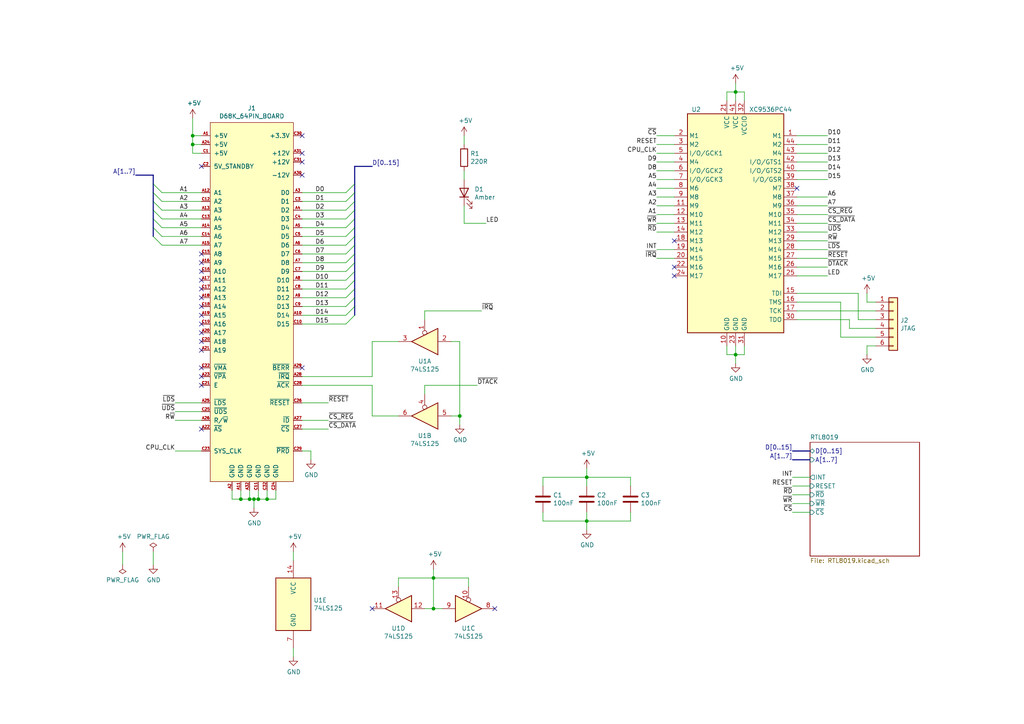
<source format=kicad_sch>
(kicad_sch (version 20211123) (generator eeschema)
  (paper "A4")
  (lib_symbols
    (symbol "74xx:74LS125" (pin_names (offset 1.016))
      (property "Reference" "U" (at 0 1.27 0))
      (property "Value" "74LS125" (at 0 -1.27 0))
      (symbol "74LS125_1_0"
        (polyline (pts (xy -3.81 3.81) (xy -3.81 -3.81) (xy 3.81 0) (xy -3.81 3.81)) (stroke (width 0.254)) (fill (type background)))
        (pin input inverted (at 0 -6.35 90) (length 4.445) (name "~") (number "1"))
        (pin input line (at -7.62 0 0) (length 3.81) (name "~") (number "2"))
        (pin tri_state line (at 7.62 0 180) (length 3.81) (name "~") (number "3"))
      )
      (symbol "74LS125_2_0"
        (polyline (pts (xy -3.81 3.81) (xy -3.81 -3.81) (xy 3.81 0) (xy -3.81 3.81)) (stroke (width 0.254)) (fill (type background)))
        (pin input inverted (at 0 -6.35 90) (length 4.445) (name "~") (number "4"))
        (pin input line (at -7.62 0 0) (length 3.81) (name "~") (number "5"))
        (pin tri_state line (at 7.62 0 180) (length 3.81) (name "~") (number "6"))
      )
      (symbol "74LS125_3_0"
        (polyline (pts (xy -3.81 3.81) (xy -3.81 -3.81) (xy 3.81 0) (xy -3.81 3.81)) (stroke (width 0.254)) (fill (type background)))
        (pin input inverted (at 0 -6.35 90) (length 4.445) (name "~") (number "10"))
        (pin tri_state line (at 7.62 0 180) (length 3.81) (name "~") (number "8"))
        (pin input line (at -7.62 0 0) (length 3.81) (name "~") (number "9"))
      )
      (symbol "74LS125_4_0"
        (polyline (pts (xy -3.81 3.81) (xy -3.81 -3.81) (xy 3.81 0) (xy -3.81 3.81)) (stroke (width 0.254)) (fill (type background)))
        (pin tri_state line (at 7.62 0 180) (length 3.81) (name "~") (number "11"))
        (pin input line (at -7.62 0 0) (length 3.81) (name "~") (number "12"))
        (pin input inverted (at 0 -6.35 90) (length 4.445) (name "~") (number "13"))
      )
      (symbol "74LS125_5_0"
        (pin power_in line (at 0 12.7 270) (length 5.08) (name "VCC") (number "14"))
        (pin power_in line (at 0 -12.7 90) (length 5.08) (name "GND") (number "7"))
      )
      (symbol "74LS125_5_1"
        (rectangle (start -5.08 7.62) (end 5.08 -7.62) (stroke (width 0.254)) (fill (type background)))
      )
    )
    (symbol "Connector_Generic:Conn_01x06" (pin_names (offset 1.016) hide)
      (property "Reference" "J" (at 0 7.62 0))
      (property "Value" "Conn_01x06" (at 0 -10.16 0))
      (symbol "Conn_01x06_1_1"
        (rectangle (start -1.27 -7.493) (end 0 -7.747) (stroke (width 0.1524)))
        (rectangle (start -1.27 -4.953) (end 0 -5.207) (stroke (width 0.1524)))
        (rectangle (start -1.27 -2.413) (end 0 -2.667) (stroke (width 0.1524)))
        (rectangle (start -1.27 0.127) (end 0 -0.127) (stroke (width 0.1524)))
        (rectangle (start -1.27 2.667) (end 0 2.413) (stroke (width 0.1524)))
        (rectangle (start -1.27 5.207) (end 0 4.953) (stroke (width 0.1524)))
        (rectangle (start -1.27 6.35) (end 1.27 -8.89) (stroke (width 0.254)) (fill (type background)))
        (pin passive line (at -5.08 5.08 0) (length 3.81) (name "Pin_1") (number "1"))
        (pin passive line (at -5.08 2.54 0) (length 3.81) (name "Pin_2") (number "2"))
        (pin passive line (at -5.08 0 0) (length 3.81) (name "Pin_3") (number "3"))
        (pin passive line (at -5.08 -2.54 0) (length 3.81) (name "Pin_4") (number "4"))
        (pin passive line (at -5.08 -5.08 0) (length 3.81) (name "Pin_5") (number "5"))
        (pin passive line (at -5.08 -7.62 0) (length 3.81) (name "Pin_6") (number "6"))
      )
    )
    (symbol "Ddraig:D68K_64PIN_BOARD" (pin_names (offset 1.016))
      (property "Reference" "J" (at -11.43 53.34 0))
      (property "Value" "D68K_64PIN_BOARD" (at -2.54 50.8 0))
      (symbol "D68K_64PIN_BOARD_0_1"
        (rectangle (start -12.7 48.26) (end 11.43 -55.88) (fill (type background)))
      )
      (symbol "D68K_64PIN_BOARD_1_1"
        (pin power_in line (at -15.24 44.45 0) (length 2.54) (name "+5V") (number "A1"))
        (pin bidirectional line (at 13.97 -7.62 180) (length 2.54) (name "D14") (number "A10"))
        (pin power_in line (at -3.81 -58.42 90) (length 2.54) (name "GND") (number "A11"))
        (pin output line (at -15.24 27.94 0) (length 2.54) (name "A1") (number "A12"))
        (pin output line (at -15.24 22.86 0) (length 2.54) (name "A3") (number "A13"))
        (pin output line (at -15.24 17.78 0) (length 2.54) (name "A5") (number "A14"))
        (pin output line (at -15.24 12.7 0) (length 2.54) (name "A7") (number "A15"))
        (pin output line (at -15.24 7.62 0) (length 2.54) (name "A9") (number "A16"))
        (pin output line (at -15.24 2.54 0) (length 2.54) (name "A11") (number "A17"))
        (pin output line (at -15.24 -2.54 0) (length 2.54) (name "A13") (number "A18"))
        (pin output line (at -15.24 -7.62 0) (length 2.54) (name "A15") (number "A19"))
        (pin power_in line (at -6.35 -58.42 90) (length 2.54) (name "GND") (number "A2"))
        (pin output line (at -15.24 -12.7 0) (length 2.54) (name "A17") (number "A20"))
        (pin output line (at -15.24 -17.78 0) (length 2.54) (name "A19") (number "A21"))
        (pin output line (at -15.24 -40.64 0) (length 2.54) (name "~{AS}") (number "A22"))
        (pin output line (at -15.24 -25.4 0) (length 2.54) (name "~{VPA}") (number "A23"))
        (pin power_in line (at -15.24 41.91 0) (length 2.54) (name "+5V") (number "A24"))
        (pin output line (at -15.24 -33.02 0) (length 2.54) (name "~{LDS}") (number "A25"))
        (pin output line (at -15.24 -38.1 0) (length 2.54) (name "R/~{W}") (number "A26"))
        (pin output line (at 13.97 -38.1 180) (length 2.54) (name "~{ID}") (number "A27"))
        (pin input line (at 13.97 -25.4 180) (length 2.54) (name "~{IRQ}") (number "A28"))
        (pin input line (at 13.97 -22.86 180) (length 2.54) (name "~{BERR}") (number "A29"))
        (pin bidirectional line (at 13.97 27.94 180) (length 2.54) (name "D0") (number "A3"))
        (pin power_in line (at 13.97 33.02 180) (length 2.54) (name "-12V") (number "A30"))
        (pin power_in line (at 13.97 39.37 180) (length 2.54) (name "+12V") (number "A31"))
        (pin power_in line (at -1.27 -58.42 90) (length 2.54) (name "GND") (number "A32"))
        (pin bidirectional line (at 13.97 22.86 180) (length 2.54) (name "D2") (number "A4"))
        (pin bidirectional line (at 13.97 17.78 180) (length 2.54) (name "D4") (number "A5"))
        (pin bidirectional line (at 13.97 12.7 180) (length 2.54) (name "D6") (number "A6"))
        (pin bidirectional line (at 13.97 7.62 180) (length 2.54) (name "D8") (number "A7"))
        (pin bidirectional line (at 13.97 2.54 180) (length 2.54) (name "D10") (number "A8"))
        (pin bidirectional line (at 13.97 -2.54 180) (length 2.54) (name "D12") (number "A9"))
        (pin power_in line (at -15.24 39.37 0) (length 2.54) (name "+5V") (number "C1"))
        (pin bidirectional line (at 13.97 -10.16 180) (length 2.54) (name "D15") (number "C10"))
        (pin power_in line (at 1.27 -58.42 90) (length 2.54) (name "GND") (number "C11"))
        (pin output line (at -15.24 25.4 0) (length 2.54) (name "A2") (number "C12"))
        (pin output line (at -15.24 20.32 0) (length 2.54) (name "A4") (number "C13"))
        (pin output line (at -15.24 15.24 0) (length 2.54) (name "A6") (number "C14"))
        (pin output line (at -15.24 10.16 0) (length 2.54) (name "A8") (number "C15"))
        (pin output line (at -15.24 5.08 0) (length 2.54) (name "A10") (number "C16"))
        (pin output line (at -15.24 0 0) (length 2.54) (name "A12") (number "C17"))
        (pin output line (at -15.24 -5.08 0) (length 2.54) (name "A14") (number "C18"))
        (pin output line (at -15.24 -10.16 0) (length 2.54) (name "A16") (number "C19"))
        (pin power_in line (at -15.24 35.56 0) (length 2.54) (name "5V_STANDBY") (number "C2"))
        (pin output line (at -15.24 -15.24 0) (length 2.54) (name "A18") (number "C20"))
        (pin output line (at -15.24 -27.94 0) (length 2.54) (name "E") (number "C21"))
        (pin output line (at -15.24 -22.86 0) (length 2.54) (name "~{VMA}") (number "C22"))
        (pin output line (at -15.24 -46.99 0) (length 2.54) (name "SYS_CLK") (number "C23"))
        (pin power_in line (at 6.35 -58.42 90) (length 2.54) (name "GND") (number "C24"))
        (pin output line (at -15.24 -35.56 0) (length 2.54) (name "~{UDS}") (number "C25"))
        (pin output line (at 13.97 -33.02 180) (length 2.54) (name "~{RESET}") (number "C26"))
        (pin output line (at 13.97 -40.64 180) (length 2.54) (name "~{CS}") (number "C27"))
        (pin input line (at 13.97 -27.94 180) (length 2.54) (name "~{ACK}") (number "C28"))
        (pin passive line (at 13.97 -46.99 180) (length 2.54) (name "~{PRD}") (number "C29"))
        (pin bidirectional line (at 13.97 25.4 180) (length 2.54) (name "D1") (number "C3"))
        (pin power_in line (at 13.97 44.45 180) (length 2.54) (name "+3.3V") (number "C30"))
        (pin power_in line (at 13.97 36.83 180) (length 2.54) (name "+12V") (number "C31"))
        (pin power_in line (at 3.81 -58.42 90) (length 2.54) (name "GND") (number "C32"))
        (pin bidirectional line (at 13.97 20.32 180) (length 2.54) (name "D3") (number "C4"))
        (pin bidirectional line (at 13.97 15.24 180) (length 2.54) (name "D5") (number "C5"))
        (pin bidirectional line (at 13.97 10.16 180) (length 2.54) (name "D7") (number "C6"))
        (pin bidirectional line (at 13.97 5.08 180) (length 2.54) (name "D9") (number "C7"))
        (pin bidirectional line (at 13.97 0 180) (length 2.54) (name "D11") (number "C8"))
        (pin bidirectional line (at 13.97 -5.08 180) (length 2.54) (name "D13") (number "C9"))
      )
    )
    (symbol "Ddraig:XC9536PC44"
      (property "Reference" "U" (at -13.97 33.02 0))
      (property "Value" "XC9536PC44" (at -13.97 -33.02 0))
      (symbol "XC9536PC44_1_1"
        (rectangle (start -13.97 31.75) (end 13.97 -31.75) (stroke (width 0.254)) (fill (type background)))
        (pin bidirectional line (at 17.78 25.4 180) (length 3.81) (name "M1") (number "1"))
        (pin power_in line (at -2.54 -35.56 90) (length 3.81) (name "GND") (number "10"))
        (pin bidirectional line (at -17.78 5.08 0) (length 3.81) (name "M9") (number "11"))
        (pin bidirectional line (at -17.78 2.54 0) (length 3.81) (name "M10") (number "12"))
        (pin bidirectional line (at -17.78 0 0) (length 3.81) (name "M11") (number "13"))
        (pin bidirectional line (at -17.78 -2.54 0) (length 3.81) (name "M12") (number "14"))
        (pin input line (at 17.78 -20.32 180) (length 3.81) (name "TDI") (number "15"))
        (pin input line (at 17.78 -22.86 180) (length 3.81) (name "TMS") (number "16"))
        (pin input line (at 17.78 -25.4 180) (length 3.81) (name "TCK") (number "17"))
        (pin bidirectional line (at -17.78 -5.08 0) (length 3.81) (name "M13") (number "18"))
        (pin bidirectional line (at -17.78 -7.62 0) (length 3.81) (name "M14") (number "19"))
        (pin bidirectional line (at -17.78 25.4 0) (length 3.81) (name "M1") (number "2"))
        (pin bidirectional line (at -17.78 -10.16 0) (length 3.81) (name "M15") (number "20"))
        (pin power_in line (at -2.54 35.56 270) (length 3.81) (name "VCC") (number "21"))
        (pin bidirectional line (at -17.78 -12.7 0) (length 3.81) (name "M16") (number "22"))
        (pin power_in line (at 0 -35.56 90) (length 3.81) (name "GND") (number "23"))
        (pin bidirectional line (at -17.78 -15.24 0) (length 3.81) (name "M17") (number "24"))
        (pin bidirectional line (at 17.78 -15.24 180) (length 3.81) (name "M17") (number "25"))
        (pin bidirectional line (at 17.78 -12.7 180) (length 3.81) (name "M16") (number "26"))
        (pin bidirectional line (at 17.78 -10.16 180) (length 3.81) (name "M15") (number "27"))
        (pin bidirectional line (at 17.78 -7.62 180) (length 3.81) (name "M14") (number "28"))
        (pin bidirectional line (at 17.78 -5.08 180) (length 3.81) (name "M13") (number "29"))
        (pin bidirectional line (at -17.78 22.86 0) (length 3.81) (name "M2") (number "3"))
        (pin output line (at 17.78 -27.94 180) (length 3.81) (name "TDO") (number "30"))
        (pin power_in line (at 2.54 -35.56 90) (length 3.81) (name "GND") (number "31"))
        (pin power_in line (at 2.54 35.56 270) (length 3.81) (name "VCCIO") (number "32"))
        (pin bidirectional line (at 17.78 -2.54 180) (length 3.81) (name "M12") (number "33"))
        (pin bidirectional line (at 17.78 0 180) (length 3.81) (name "M11") (number "34"))
        (pin bidirectional line (at 17.78 2.54 180) (length 3.81) (name "M10") (number "35"))
        (pin bidirectional line (at 17.78 5.08 180) (length 3.81) (name "M9") (number "36"))
        (pin bidirectional line (at 17.78 7.62 180) (length 3.81) (name "M8") (number "37"))
        (pin bidirectional line (at 17.78 10.16 180) (length 3.81) (name "M7") (number "38"))
        (pin bidirectional line (at 17.78 12.7 180) (length 3.81) (name "I/O/GSR") (number "39"))
        (pin bidirectional line (at -17.78 17.78 0) (length 3.81) (name "M4") (number "4"))
        (pin bidirectional line (at 17.78 15.24 180) (length 3.81) (name "I/O/GTS2") (number "40"))
        (pin power_in line (at 0 35.56 270) (length 3.81) (name "VCC") (number "41"))
        (pin bidirectional line (at 17.78 17.78 180) (length 3.81) (name "I/O/GTS1") (number "42"))
        (pin bidirectional line (at 17.78 20.32 180) (length 3.81) (name "M4") (number "43"))
        (pin bidirectional line (at 17.78 22.86 180) (length 3.81) (name "M2") (number "44"))
        (pin bidirectional line (at -17.78 20.32 0) (length 3.81) (name "I/O/GCK1") (number "5"))
        (pin bidirectional line (at -17.78 15.24 0) (length 3.81) (name "I/O/GCK2") (number "6"))
        (pin bidirectional line (at -17.78 12.7 0) (length 3.81) (name "I/O/GCK3") (number "7"))
        (pin bidirectional line (at -17.78 10.16 0) (length 3.81) (name "M6") (number "8"))
        (pin bidirectional line (at -17.78 7.62 0) (length 3.81) (name "M8") (number "9"))
      )
    )
    (symbol "Device:C" (pin_numbers hide) (pin_names (offset 0.254))
      (property "Reference" "C" (at 0.635 2.54 0))
      (property "Value" "C" (at 0.635 -2.54 0))
      (symbol "C_0_1"
        (polyline (pts (xy -2.032 -0.762) (xy 2.032 -0.762)) (stroke (width 0.508)))
        (polyline (pts (xy -2.032 0.762) (xy 2.032 0.762)) (stroke (width 0.508)))
      )
      (symbol "C_1_1"
        (pin passive line (at 0 3.81 270) (length 2.794) (name "~") (number "1"))
        (pin passive line (at 0 -3.81 90) (length 2.794) (name "~") (number "2"))
      )
    )
    (symbol "Device:LED" (pin_numbers hide) (pin_names (offset 1.016) hide)
      (property "Reference" "D" (at 0 2.54 0))
      (property "Value" "LED" (at 0 -2.54 0))
      (symbol "LED_0_1"
        (polyline (pts (xy -1.27 -1.27) (xy -1.27 1.27)) (stroke (width 0.254)))
        (polyline (pts (xy -1.27 0) (xy 1.27 0)))
        (polyline (pts (xy 1.27 -1.27) (xy 1.27 1.27) (xy -1.27 0) (xy 1.27 -1.27)) (stroke (width 0.254)))
        (polyline (pts (xy -3.048 -0.762) (xy -4.572 -2.286) (xy -3.81 -2.286) (xy -4.572 -2.286) (xy -4.572 -1.524)))
        (polyline (pts (xy -1.778 -0.762) (xy -3.302 -2.286) (xy -2.54 -2.286) (xy -3.302 -2.286) (xy -3.302 -1.524)))
      )
      (symbol "LED_1_1"
        (pin passive line (at -3.81 0 0) (length 2.54) (name "K") (number "1"))
        (pin passive line (at 3.81 0 180) (length 2.54) (name "A") (number "2"))
      )
    )
    (symbol "Device:R" (pin_numbers hide) (pin_names (offset 0))
      (property "Reference" "R" (at 2.032 0 90))
      (property "Value" "R" (at 0 0 90))
      (symbol "R_0_1"
        (rectangle (start -1.016 -2.54) (end 1.016 2.54) (stroke (width 0.254)))
      )
      (symbol "R_1_1"
        (pin passive line (at 0 3.81 270) (length 1.27) (name "~") (number "1"))
        (pin passive line (at 0 -3.81 90) (length 1.27) (name "~") (number "2"))
      )
    )
    (symbol "power:+5V" (power) (pin_names (offset 0))
      (property "Value" "+5V" (at 0 3.556 0))
      (symbol "+5V_0_1"
        (polyline (pts (xy -0.762 1.27) (xy 0 2.54)))
        (polyline (pts (xy 0 0) (xy 0 2.54)))
        (polyline (pts (xy 0 2.54) (xy 0.762 1.27)))
      )
      (symbol "+5V_1_1"
        (pin power_in line (at 0 0 90) (length 0) hide (name "+5V") (number "1"))
      )
    )
    (symbol "power:GND" (power) (pin_names (offset 0))
      (property "Value" "GND" (at 0 -3.81 0))
      (symbol "GND_0_1"
        (polyline (pts (xy 0 0) (xy 0 -1.27) (xy 1.27 -1.27) (xy 0 -2.54) (xy -1.27 -1.27) (xy 0 -1.27)))
      )
      (symbol "GND_1_1"
        (pin power_in line (at 0 0 270) (length 0) hide (name "GND") (number "1"))
      )
    )
    (symbol "power:PWR_FLAG" (power) (pin_numbers hide) (pin_names (offset 0) hide)
      (property "Value" "PWR_FLAG" (at 0 3.81 0))
      (symbol "PWR_FLAG_0_0"
        (pin power_out line (at 0 0 90) (length 0) (name "pwr") (number "1"))
      )
      (symbol "PWR_FLAG_0_1"
        (polyline (pts (xy 0 0) (xy 0 1.27) (xy -1.016 1.905) (xy 0 2.54) (xy 1.016 1.905) (xy 0 1.27)))
      )
    )
  )
  (junction (at 55.88 41.91))
  (junction (at 73.66 144.78))
  (junction (at 133.35 120.65))
  (junction (at 74.93 144.78))
  (junction (at 125.73 167.64))
  (junction (at 72.39 144.78))
  (junction (at 213.36 102.87))
  (junction (at 55.88 39.37))
  (junction (at 77.47 144.78))
  (junction (at 170.18 151.13))
  (junction (at 170.18 138.43))
  (junction (at 69.85 144.78))
  (junction (at 125.73 176.53))
  (junction (at 213.36 26.67))
  (no_connect (at 58.42 101.6))
  (no_connect (at 58.42 78.74))
  (no_connect (at 231.14 54.61))
  (no_connect (at 58.42 86.36))
  (no_connect (at 58.42 91.44))
  (no_connect (at 58.42 93.98))
  (no_connect (at 87.63 44.45))
  (no_connect (at 58.42 109.22))
  (no_connect (at 195.58 80.01))
  (no_connect (at 58.42 83.82))
  (no_connect (at 143.51 176.53))
  (no_connect (at 58.42 76.2))
  (no_connect (at 58.42 106.68))
  (no_connect (at 58.42 48.26))
  (no_connect (at 58.42 111.76))
  (no_connect (at 58.42 88.9))
  (no_connect (at 58.42 99.06))
  (no_connect (at 195.58 69.85))
  (no_connect (at 87.63 39.37))
  (no_connect (at 58.42 81.28))
  (no_connect (at 87.63 106.68))
  (no_connect (at 195.58 77.47))
  (no_connect (at 107.95 176.53))
  (no_connect (at 58.42 73.66))
  (no_connect (at 58.42 124.46))
  (no_connect (at 87.63 50.8))
  (no_connect (at 87.63 46.99))
  (no_connect (at 58.42 96.52))
  (bus_entry (at 102.87 66.04) (size -2.54 2.54))
  (bus_entry (at 44.45 58.42) (size 2.54 2.54))
  (bus_entry (at 102.87 73.66) (size -2.54 2.54))
  (bus_entry (at 102.87 81.28) (size -2.54 2.54))
  (bus_entry (at 102.87 83.82) (size -2.54 2.54))
  (bus_entry (at 102.87 63.5) (size -2.54 2.54))
  (bus_entry (at 102.87 55.88) (size -2.54 2.54))
  (bus_entry (at 44.45 60.96) (size 2.54 2.54))
  (bus_entry (at 44.45 63.5) (size 2.54 2.54))
  (bus_entry (at 102.87 53.34) (size -2.54 2.54))
  (bus_entry (at 44.45 53.34) (size 2.54 2.54))
  (bus_entry (at 44.45 66.04) (size 2.54 2.54))
  (bus_entry (at 102.87 78.74) (size -2.54 2.54))
  (bus_entry (at 102.87 60.96) (size -2.54 2.54))
  (bus_entry (at 102.87 58.42) (size -2.54 2.54))
  (bus_entry (at 102.87 76.2) (size -2.54 2.54))
  (bus_entry (at 102.87 88.9) (size -2.54 2.54))
  (bus_entry (at 44.45 55.88) (size 2.54 2.54))
  (bus_entry (at 102.87 68.58) (size -2.54 2.54))
  (bus_entry (at 102.87 86.36) (size -2.54 2.54))
  (bus_entry (at 102.87 71.12) (size -2.54 2.54))
  (bus_entry (at 102.87 91.44) (size -2.54 2.54))
  (bus_entry (at 44.45 68.58) (size 2.54 2.54))
  (wire (pts (xy 87.63 116.84) (xy 95.25 116.84)))
  (wire (pts (xy 157.48 148.59) (xy 157.48 151.13)))
  (wire (pts (xy 58.42 121.92) (xy 50.8 121.92)))
  (wire (pts (xy 58.42 130.81) (xy 50.8 130.81)))
  (wire (pts (xy 195.58 39.37) (xy 190.5 39.37)))
  (wire (pts (xy 231.14 87.63) (xy 243.84 87.63)))
  (wire (pts (xy 107.95 111.76) (xy 107.95 120.65)))
  (wire (pts (xy 231.14 90.17) (xy 254 90.17)))
  (wire (pts (xy 87.63 66.04) (xy 100.33 66.04)))
  (wire (pts (xy 231.14 44.45) (xy 240.03 44.45)))
  (wire (pts (xy 246.38 92.71) (xy 246.38 95.25)))
  (wire (pts (xy 195.58 57.15) (xy 190.5 57.15)))
  (wire (pts (xy 231.14 46.99) (xy 240.03 46.99)))
  (wire (pts (xy 248.92 92.71) (xy 254 92.71)))
  (wire (pts (xy 69.85 144.78) (xy 72.39 144.78)))
  (bus (pts (xy 102.87 58.42) (xy 102.87 60.96)))
  (wire (pts (xy 240.03 80.01) (xy 231.14 80.01)))
  (wire (pts (xy 231.14 85.09) (xy 248.92 85.09)))
  (wire (pts (xy 134.62 41.91) (xy 134.62 39.37)))
  (wire (pts (xy 170.18 138.43) (xy 170.18 140.97)))
  (wire (pts (xy 73.66 147.32) (xy 73.66 144.78)))
  (wire (pts (xy 87.63 71.12) (xy 100.33 71.12)))
  (wire (pts (xy 240.03 77.47) (xy 231.14 77.47)))
  (wire (pts (xy 95.25 121.92) (xy 87.63 121.92)))
  (wire (pts (xy 85.09 162.56) (xy 85.09 160.02)))
  (wire (pts (xy 195.58 54.61) (xy 190.5 54.61)))
  (wire (pts (xy 231.14 52.07) (xy 240.03 52.07)))
  (wire (pts (xy 182.88 151.13) (xy 182.88 148.59)))
  (wire (pts (xy 55.88 44.45) (xy 58.42 44.45)))
  (wire (pts (xy 115.57 170.18) (xy 115.57 167.64)))
  (wire (pts (xy 231.14 92.71) (xy 246.38 92.71)))
  (wire (pts (xy 87.63 91.44) (xy 100.33 91.44)))
  (wire (pts (xy 125.73 165.1) (xy 125.73 167.64)))
  (bus (pts (xy 229.87 130.81) (xy 234.95 130.81)))
  (wire (pts (xy 215.9 102.87) (xy 215.9 100.33)))
  (wire (pts (xy 77.47 142.24) (xy 77.47 144.78)))
  (wire (pts (xy 195.58 64.77) (xy 190.5 64.77)))
  (wire (pts (xy 213.36 26.67) (xy 210.82 26.67)))
  (wire (pts (xy 254 100.33) (xy 251.46 100.33)))
  (bus (pts (xy 102.87 88.9) (xy 102.87 91.44)))
  (wire (pts (xy 195.58 74.93) (xy 190.5 74.93)))
  (wire (pts (xy 182.88 138.43) (xy 170.18 138.43)))
  (wire (pts (xy 55.88 34.29) (xy 55.88 39.37)))
  (wire (pts (xy 157.48 151.13) (xy 170.18 151.13)))
  (wire (pts (xy 234.95 140.97) (xy 229.87 140.97)))
  (wire (pts (xy 123.19 90.17) (xy 123.19 92.71)))
  (wire (pts (xy 251.46 85.09) (xy 251.46 87.63)))
  (wire (pts (xy 248.92 85.09) (xy 248.92 92.71)))
  (wire (pts (xy 134.62 52.07) (xy 134.62 49.53)))
  (wire (pts (xy 213.36 24.13) (xy 213.36 26.67)))
  (wire (pts (xy 210.82 26.67) (xy 210.82 29.21)))
  (wire (pts (xy 73.66 144.78) (xy 74.93 144.78)))
  (wire (pts (xy 246.38 95.25) (xy 254 95.25)))
  (bus (pts (xy 44.45 58.42) (xy 44.45 60.96)))
  (wire (pts (xy 55.88 41.91) (xy 55.88 44.45)))
  (wire (pts (xy 115.57 167.64) (xy 125.73 167.64)))
  (wire (pts (xy 87.63 73.66) (xy 100.33 73.66)))
  (wire (pts (xy 85.09 187.96) (xy 85.09 190.5)))
  (wire (pts (xy 231.14 57.15) (xy 240.03 57.15)))
  (wire (pts (xy 107.95 120.65) (xy 115.57 120.65)))
  (wire (pts (xy 240.03 67.31) (xy 231.14 67.31)))
  (wire (pts (xy 195.58 46.99) (xy 190.5 46.99)))
  (wire (pts (xy 157.48 138.43) (xy 157.48 140.97)))
  (bus (pts (xy 102.87 76.2) (xy 102.87 78.74)))
  (wire (pts (xy 67.31 144.78) (xy 69.85 144.78)))
  (wire (pts (xy 58.42 66.04) (xy 46.99 66.04)))
  (bus (pts (xy 44.45 55.88) (xy 44.45 58.42)))
  (wire (pts (xy 133.35 99.06) (xy 130.81 99.06)))
  (wire (pts (xy 139.7 90.17) (xy 123.19 90.17)))
  (bus (pts (xy 102.87 83.82) (xy 102.87 86.36)))
  (wire (pts (xy 213.36 26.67) (xy 213.36 29.21)))
  (wire (pts (xy 210.82 100.33) (xy 210.82 102.87)))
  (wire (pts (xy 243.84 97.79) (xy 254 97.79)))
  (wire (pts (xy 190.5 59.69) (xy 195.58 59.69)))
  (wire (pts (xy 58.42 116.84) (xy 50.8 116.84)))
  (wire (pts (xy 195.58 72.39) (xy 190.5 72.39)))
  (wire (pts (xy 58.42 71.12) (xy 46.99 71.12)))
  (wire (pts (xy 195.58 52.07) (xy 190.5 52.07)))
  (wire (pts (xy 125.73 176.53) (xy 128.27 176.53)))
  (bus (pts (xy 44.45 50.8) (xy 44.45 53.34)))
  (wire (pts (xy 240.03 72.39) (xy 231.14 72.39)))
  (bus (pts (xy 102.87 78.74) (xy 102.87 81.28)))
  (wire (pts (xy 58.42 68.58) (xy 46.99 68.58)))
  (wire (pts (xy 182.88 140.97) (xy 182.88 138.43)))
  (wire (pts (xy 234.95 146.05) (xy 229.87 146.05)))
  (wire (pts (xy 195.58 49.53) (xy 190.5 49.53)))
  (bus (pts (xy 229.87 133.35) (xy 234.95 133.35)))
  (wire (pts (xy 77.47 144.78) (xy 80.01 144.78)))
  (bus (pts (xy 102.87 71.12) (xy 102.87 73.66)))
  (bus (pts (xy 44.45 53.34) (xy 44.45 55.88)))
  (wire (pts (xy 190.5 67.31) (xy 195.58 67.31)))
  (bus (pts (xy 44.45 50.8) (xy 39.37 50.8)))
  (wire (pts (xy 87.63 86.36) (xy 100.33 86.36)))
  (wire (pts (xy 55.88 39.37) (xy 55.88 41.91)))
  (bus (pts (xy 44.45 63.5) (xy 44.45 66.04)))
  (wire (pts (xy 134.62 64.77) (xy 134.62 59.69)))
  (wire (pts (xy 229.87 148.59) (xy 234.95 148.59)))
  (wire (pts (xy 215.9 29.21) (xy 215.9 26.67)))
  (wire (pts (xy 231.14 69.85) (xy 240.03 69.85)))
  (wire (pts (xy 130.81 120.65) (xy 133.35 120.65)))
  (wire (pts (xy 44.45 160.02) (xy 44.45 163.83)))
  (wire (pts (xy 229.87 143.51) (xy 234.95 143.51)))
  (wire (pts (xy 74.93 142.24) (xy 74.93 144.78)))
  (wire (pts (xy 231.14 74.93) (xy 240.03 74.93)))
  (wire (pts (xy 35.56 163.83) (xy 35.56 160.02)))
  (wire (pts (xy 87.63 60.96) (xy 100.33 60.96)))
  (wire (pts (xy 195.58 44.45) (xy 190.5 44.45)))
  (wire (pts (xy 107.95 99.06) (xy 115.57 99.06)))
  (wire (pts (xy 213.36 102.87) (xy 215.9 102.87)))
  (wire (pts (xy 72.39 144.78) (xy 73.66 144.78)))
  (wire (pts (xy 213.36 102.87) (xy 213.36 105.41)))
  (wire (pts (xy 87.63 58.42) (xy 100.33 58.42)))
  (bus (pts (xy 102.87 55.88) (xy 102.87 58.42)))
  (wire (pts (xy 125.73 167.64) (xy 125.73 176.53)))
  (bus (pts (xy 102.87 63.5) (xy 102.87 66.04)))
  (bus (pts (xy 102.87 48.26) (xy 107.95 48.26)))
  (bus (pts (xy 102.87 81.28) (xy 102.87 83.82)))
  (wire (pts (xy 74.93 144.78) (xy 77.47 144.78)))
  (wire (pts (xy 251.46 100.33) (xy 251.46 102.87)))
  (wire (pts (xy 135.89 167.64) (xy 135.89 170.18)))
  (wire (pts (xy 140.97 64.77) (xy 134.62 64.77)))
  (wire (pts (xy 58.42 39.37) (xy 55.88 39.37)))
  (wire (pts (xy 123.19 176.53) (xy 125.73 176.53)))
  (wire (pts (xy 87.63 81.28) (xy 100.33 81.28)))
  (wire (pts (xy 251.46 87.63) (xy 254 87.63)))
  (wire (pts (xy 107.95 109.22) (xy 107.95 99.06)))
  (wire (pts (xy 231.14 64.77) (xy 240.03 64.77)))
  (wire (pts (xy 133.35 120.65) (xy 133.35 99.06)))
  (wire (pts (xy 87.63 93.98) (xy 100.33 93.98)))
  (bus (pts (xy 102.87 53.34) (xy 102.87 55.88)))
  (wire (pts (xy 87.63 111.76) (xy 107.95 111.76)))
  (wire (pts (xy 87.63 124.46) (xy 95.25 124.46)))
  (wire (pts (xy 213.36 100.33) (xy 213.36 102.87)))
  (wire (pts (xy 87.63 55.88) (xy 100.33 55.88)))
  (bus (pts (xy 102.87 66.04) (xy 102.87 68.58)))
  (wire (pts (xy 138.43 111.76) (xy 123.19 111.76)))
  (wire (pts (xy 231.14 49.53) (xy 240.03 49.53)))
  (wire (pts (xy 90.17 133.35) (xy 90.17 130.81)))
  (wire (pts (xy 90.17 130.81) (xy 87.63 130.81)))
  (wire (pts (xy 87.63 76.2) (xy 100.33 76.2)))
  (wire (pts (xy 58.42 58.42) (xy 46.99 58.42)))
  (wire (pts (xy 87.63 88.9) (xy 100.33 88.9)))
  (wire (pts (xy 87.63 68.58) (xy 100.33 68.58)))
  (wire (pts (xy 50.8 119.38) (xy 58.42 119.38)))
  (wire (pts (xy 58.42 60.96) (xy 46.99 60.96)))
  (wire (pts (xy 195.58 62.23) (xy 190.5 62.23)))
  (wire (pts (xy 190.5 41.91) (xy 195.58 41.91)))
  (wire (pts (xy 87.63 109.22) (xy 107.95 109.22)))
  (bus (pts (xy 44.45 60.96) (xy 44.45 63.5)))
  (wire (pts (xy 72.39 142.24) (xy 72.39 144.78)))
  (wire (pts (xy 170.18 153.67) (xy 170.18 151.13)))
  (wire (pts (xy 69.85 142.24) (xy 69.85 144.78)))
  (wire (pts (xy 87.63 63.5) (xy 100.33 63.5)))
  (wire (pts (xy 229.87 138.43) (xy 234.95 138.43)))
  (wire (pts (xy 231.14 59.69) (xy 240.03 59.69)))
  (wire (pts (xy 231.14 41.91) (xy 240.03 41.91)))
  (wire (pts (xy 58.42 41.91) (xy 55.88 41.91)))
  (wire (pts (xy 170.18 151.13) (xy 182.88 151.13)))
  (wire (pts (xy 123.19 111.76) (xy 123.19 114.3)))
  (wire (pts (xy 170.18 138.43) (xy 157.48 138.43)))
  (wire (pts (xy 80.01 144.78) (xy 80.01 142.24)))
  (wire (pts (xy 125.73 167.64) (xy 135.89 167.64)))
  (bus (pts (xy 102.87 68.58) (xy 102.87 71.12)))
  (bus (pts (xy 102.87 86.36) (xy 102.87 88.9)))
  (wire (pts (xy 58.42 55.88) (xy 46.99 55.88)))
  (wire (pts (xy 87.63 78.74) (xy 100.33 78.74)))
  (bus (pts (xy 102.87 60.96) (xy 102.87 63.5)))
  (wire (pts (xy 210.82 102.87) (xy 213.36 102.87)))
  (wire (pts (xy 67.31 142.24) (xy 67.31 144.78)))
  (wire (pts (xy 87.63 83.82) (xy 100.33 83.82)))
  (wire (pts (xy 170.18 151.13) (xy 170.18 148.59)))
  (wire (pts (xy 133.35 123.19) (xy 133.35 120.65)))
  (wire (pts (xy 170.18 135.89) (xy 170.18 138.43)))
  (wire (pts (xy 231.14 39.37) (xy 240.03 39.37)))
  (wire (pts (xy 58.42 63.5) (xy 46.99 63.5)))
  (wire (pts (xy 240.03 62.23) (xy 231.14 62.23)))
  (wire (pts (xy 215.9 26.67) (xy 213.36 26.67)))
  (bus (pts (xy 44.45 66.04) (xy 44.45 68.58)))
  (bus (pts (xy 102.87 73.66) (xy 102.87 76.2)))
  (bus (pts (xy 102.87 48.26) (xy 102.87 53.34)))
  (wire (pts (xy 243.84 87.63) (xy 243.84 97.79)))
  (label "D5" (at 91.44 68.58 0))
  (label "A[1..7]" (at 229.87 133.35 180))
  (label "D7" (at 91.44 73.66 0))
  (label "~{CS_DATA}" (at 95.25 124.46 0))
  (label "INT" (at 229.87 138.43 180))
  (label "R~{W}" (at 240.03 69.85 0))
  (label "A3" (at 190.5 57.15 180))
  (label "~{CS}" (at 190.5 39.37 180))
  (label "A6" (at 240.03 57.15 0))
  (label "A[1..7]" (at 39.37 50.8 180))
  (label "CPU_CLK" (at 50.8 130.81 180))
  (label "CPU_CLK" (at 190.5 44.45 180))
  (label "D14" (at 240.03 49.53 0))
  (label "D12" (at 91.44 86.36 0))
  (label "D2" (at 91.44 60.96 0))
  (label "A7" (at 52.07 71.12 0))
  (label "~{IRQ}" (at 190.5 74.93 180))
  (label "~{RESET}" (at 240.03 74.93 0))
  (label "~{RD}" (at 190.5 67.31 180))
  (label "A2" (at 52.07 58.42 0))
  (label "D11" (at 91.44 83.82 0))
  (label "A3" (at 52.07 60.96 0))
  (label "A4" (at 190.5 54.61 180))
  (label "~{WR}" (at 190.5 64.77 180))
  (label "~{LDS}" (at 240.03 72.39 0))
  (label "INT" (at 190.5 72.39 180))
  (label "~{CS_REG}" (at 240.03 62.23 0))
  (label "A4" (at 52.07 63.5 0))
  (label "D14" (at 91.44 91.44 0))
  (label "D6" (at 91.44 71.12 0))
  (label "RESET" (at 190.5 41.91 180))
  (label "A7" (at 240.03 59.69 0))
  (label "D8" (at 190.5 49.53 180))
  (label "D10" (at 91.44 81.28 0))
  (label "~{CS_REG}" (at 95.25 121.92 0))
  (label "R~{W}" (at 50.8 121.92 180))
  (label "~{UDS}" (at 50.8 119.38 180))
  (label "D0" (at 91.44 55.88 0))
  (label "D13" (at 91.44 88.9 0))
  (label "~{WR}" (at 229.87 146.05 180))
  (label "LED" (at 140.97 64.77 0))
  (label "D1" (at 91.44 58.42 0))
  (label "D13" (at 240.03 46.99 0))
  (label "D15" (at 91.44 93.98 0))
  (label "D9" (at 190.5 46.99 180))
  (label "~{RD}" (at 229.87 143.51 180))
  (label "~{DTACK}" (at 138.43 111.76 0))
  (label "D12" (at 240.03 44.45 0))
  (label "A2" (at 190.5 59.69 180))
  (label "A6" (at 52.07 68.58 0))
  (label "D8" (at 91.44 76.2 0))
  (label "D10" (at 240.03 39.37 0))
  (label "~{LDS}" (at 50.8 116.84 180))
  (label "~{IRQ}" (at 139.7 90.17 0))
  (label "D15" (at 240.03 52.07 0))
  (label "A5" (at 52.07 66.04 0))
  (label "~{RESET}" (at 95.25 116.84 0))
  (label "D3" (at 91.44 63.5 0))
  (label "~{CS}" (at 229.87 148.59 180))
  (label "~{DTACK}" (at 240.03 77.47 0))
  (label "D[0..15]" (at 107.95 48.26 0))
  (label "D9" (at 91.44 78.74 0))
  (label "A1" (at 52.07 55.88 0))
  (label "A1" (at 190.5 62.23 180))
  (label "LED" (at 240.03 80.01 0))
  (label "RESET" (at 229.87 140.97 180))
  (label "~{UDS}" (at 240.03 67.31 0))
  (label "~{CS_DATA}" (at 240.03 64.77 0))
  (label "A5" (at 190.5 52.07 180))
  (label "D[0..15]" (at 229.87 130.81 180))
  (label "D4" (at 91.44 66.04 0))
  (label "D11" (at 240.03 41.91 0))
  (symbol (lib_id "Ddraig:D68K_64PIN_BOARD") (at 73.66 83.82 0) (unit 1)
    (property "Reference" "J1" (at 73.025 31.369 0))
    (property "Value" "D68K_64PIN_BOARD" (at 73.025 33.6804 0))
    (property "Footprint" "Ddraig:DIN41612_C_2x32_Male_Horizontal_THT" (effects hide))
  )
  (symbol (lib_id "power:+5V") (at 35.56 160.02 0) (unit 1)
    (property "Reference" "#PWR01" (effects hide))
    (property "Value" "+5V" (at 35.941 155.6258 0))
  )
  (symbol (lib_id "power:GND") (at 90.17 133.35 0) (unit 1)
    (property "Reference" "#PWR07" (effects hide))
    (property "Value" "GND" (at 90.297 137.7442 0))
  )
  (symbol (lib_id "power:GND") (at 44.45 163.83 0) (unit 1)
    (property "Reference" "#PWR02" (effects hide))
    (property "Value" "GND" (at 44.577 168.2242 0))
  )
  (symbol (lib_id "74xx:74LS125") (at 123.19 99.06 180) (unit 1)
    (property "Reference" "U1" (at 123.19 104.775 0))
    (property "Value" "74LS125" (at 123.19 107.0864 0))
    (property "Footprint" "Package_SO:SO-14_5.3x10.2mm_P1.27mm" (effects hide))
    (property "Datasheet" "http://www.ti.com/lit/gpn/sn74LS125" (effects hide))
  )
  (symbol (lib_id "74xx:74LS125") (at 123.19 120.65 180) (unit 2)
    (property "Reference" "U1" (at 123.19 126.365 0))
    (property "Value" "74LS125" (at 123.19 128.6764 0))
    (property "Footprint" "Package_SO:SO-14_5.3x10.2mm_P1.27mm" (effects hide))
    (property "Datasheet" "http://www.ti.com/lit/gpn/sn74LS125" (effects hide))
  )
  (symbol (lib_id "74xx:74LS125") (at 135.89 176.53 0) (mirror x) (unit 3)
    (property "Reference" "U1" (at 135.89 182.245 0))
    (property "Value" "74LS125" (at 135.89 184.5564 0))
    (property "Footprint" "Package_SO:SO-14_5.3x10.2mm_P1.27mm" (effects hide))
    (property "Datasheet" "http://www.ti.com/lit/gpn/sn74LS125" (effects hide))
  )
  (symbol (lib_id "74xx:74LS125") (at 115.57 176.53 180) (unit 4)
    (property "Reference" "U1" (at 115.57 182.245 0))
    (property "Value" "74LS125" (at 115.57 184.5564 0))
    (property "Footprint" "Package_SO:SO-14_5.3x10.2mm_P1.27mm" (effects hide))
    (property "Datasheet" "http://www.ti.com/lit/gpn/sn74LS125" (effects hide))
  )
  (symbol (lib_id "74xx:74LS125") (at 85.09 175.26 0) (unit 5)
    (property "Reference" "U1" (at 90.932 174.0916 0) (effects (justify left)))
    (property "Value" "74LS125" (at 90.932 176.403 0) (effects (justify left)))
    (property "Footprint" "Package_SO:SO-14_5.3x10.2mm_P1.27mm" (effects hide))
    (property "Datasheet" "http://www.ti.com/lit/gpn/sn74LS125" (effects hide))
  )
  (symbol (lib_id "power:GND") (at 133.35 123.19 0) (unit 1)
    (property "Reference" "#PWR09" (effects hide))
    (property "Value" "GND" (at 133.477 127.5842 0))
  )
  (symbol (lib_id "power:GND") (at 85.09 190.5 0) (unit 1)
    (property "Reference" "#PWR06" (effects hide))
    (property "Value" "GND" (at 85.217 194.8942 0))
  )
  (symbol (lib_id "power:+5V") (at 85.09 160.02 0) (unit 1)
    (property "Reference" "#PWR05" (effects hide))
    (property "Value" "+5V" (at 85.471 155.6258 0))
  )
  (symbol (lib_id "power:+5V") (at 125.73 165.1 0) (unit 1)
    (property "Reference" "#PWR08" (effects hide))
    (property "Value" "+5V" (at 126.111 160.7058 0))
  )
  (symbol (lib_id "Device:LED") (at 134.62 55.88 90) (unit 1)
    (property "Reference" "D1" (at 137.6172 54.8894 90) (effects (justify right)))
    (property "Value" "Amber" (at 137.6172 57.2008 90) (effects (justify right)))
    (property "Footprint" "LED_SMD:LED_1206_3216Metric" (effects hide))
  )
  (symbol (lib_id "Device:R") (at 134.62 45.72 0) (unit 1)
    (property "Reference" "R1" (at 136.398 44.5516 0) (effects (justify left)))
    (property "Value" "220R" (at 136.398 46.863 0) (effects (justify left)))
    (property "Footprint" "Resistor_SMD:R_0805_2012Metric" (effects hide))
  )
  (symbol (lib_id "power:+5V") (at 134.62 39.37 0) (unit 1)
    (property "Reference" "#PWR010" (effects hide))
    (property "Value" "+5V" (at 135.001 34.9758 0))
  )
  (symbol (lib_id "power:GND") (at 213.36 105.41 0) (unit 1)
    (property "Reference" "#PWR014" (effects hide))
    (property "Value" "GND" (at 213.487 109.8042 0))
  )
  (symbol (lib_id "power:+5V") (at 213.36 24.13 0) (unit 1)
    (property "Reference" "#PWR013" (effects hide))
    (property "Value" "+5V" (at 213.741 19.7358 0))
  )
  (symbol (lib_id "Ddraig:XC9536PC44") (at 213.36 64.77 0) (unit 1)
    (property "Reference" "U2" (at 201.93 31.75 0))
    (property "Value" "XC9536PC44" (at 223.52 31.75 0))
    (property "Footprint" "Package_LCC:PLCC-44" (effects hide))
    (property "Datasheet" "xilinx/xc9536.pdf" (effects hide))
  )
  (symbol (lib_id "power:GND") (at 251.46 102.87 0) (unit 1)
    (property "Reference" "#PWR016" (effects hide))
    (property "Value" "GND" (at 251.587 107.2642 0))
  )
  (symbol (lib_id "power:+5V") (at 251.46 85.09 0) (unit 1)
    (property "Reference" "#PWR015" (effects hide))
    (property "Value" "+5V" (at 251.841 80.6958 0))
  )
  (symbol (lib_id "power:PWR_FLAG") (at 44.45 160.02 0) (unit 1)
    (property "Reference" "#FLG02" (effects hide))
    (property "Value" "PWR_FLAG" (at 44.45 155.6258 0))
  )
  (symbol (lib_id "power:PWR_FLAG") (at 35.56 163.83 180) (unit 1)
    (property "Reference" "#FLG01" (effects hide))
    (property "Value" "PWR_FLAG" (at 35.56 168.2242 0))
  )
  (symbol (lib_id "power:+5V") (at 55.88 34.29 0) (unit 1)
    (property "Reference" "#PWR03" (effects hide))
    (property "Value" "+5V" (at 56.261 29.8958 0))
  )
  (symbol (lib_id "power:GND") (at 73.66 147.32 0) (unit 1)
    (property "Reference" "#PWR04" (effects hide))
    (property "Value" "GND" (at 73.787 151.7142 0))
  )
  (symbol (lib_id "Connector_Generic:Conn_01x06") (at 259.08 92.71 0) (unit 1)
    (property "Reference" "J2" (at 261.112 92.9132 0) (effects (justify left)))
    (property "Value" "JTAG" (at 261.112 95.2246 0) (effects (justify left)))
    (property "Footprint" "Connector_PinHeader_2.54mm:PinHeader_1x06_P2.54mm_Vertical" (effects hide))
  )
  (symbol (lib_id "Device:C") (at 170.18 144.78 0) (unit 1)
    (property "Reference" "C2" (at 173.101 143.6116 0) (effects (justify left)))
    (property "Value" "100nF" (at 173.101 145.923 0) (effects (justify left)))
    (property "Footprint" "Capacitor_SMD:C_0805_2012Metric" (effects hide))
  )
  (symbol (lib_id "Device:C") (at 182.88 144.78 0) (unit 1)
    (property "Reference" "C3" (at 185.801 143.6116 0) (effects (justify left)))
    (property "Value" "100nF" (at 185.801 145.923 0) (effects (justify left)))
    (property "Footprint" "Capacitor_SMD:C_0805_2012Metric" (effects hide))
  )
  (symbol (lib_id "Device:C") (at 157.48 144.78 0) (unit 1)
    (property "Reference" "C1" (at 160.401 143.6116 0) (effects (justify left)))
    (property "Value" "100nF" (at 160.401 145.923 0) (effects (justify left)))
    (property "Footprint" "Capacitor_SMD:C_0805_2012Metric" (effects hide))
  )
  (symbol (lib_id "power:GND") (at 170.18 153.67 0) (unit 1)
    (property "Reference" "#PWR012" (effects hide))
    (property "Value" "GND" (at 170.307 158.0642 0))
  )
  (symbol (lib_id "power:+5V") (at 170.18 135.89 0) (unit 1)
    (property "Reference" "#PWR011" (effects hide))
    (property "Value" "+5V" (at 170.561 131.4958 0))
  )
  (sheet (at 234.95 128.27) (size 31.75 33.02)
    (property "Sheet name" "RTL8019" (at 234.95 127.5584 0) (effects (justify left bottom)))
    (property "Sheet file" "RTL8019.kicad_sch" (at 234.95 161.8746 0) (effects (justify left top)))
    (pin "D[0..15]" bidirectional (at 234.95 130.81 180))
    (pin "A[1..7]" input (at 234.95 133.35 180))
    (pin "INT" output (at 234.95 138.43 180))
    (pin "~{RD}" input (at 234.95 143.51 180))
    (pin "~{WR}" input (at 234.95 146.05 180))
    (pin "RESET" input (at 234.95 140.97 180))
    (pin "~{CS}" input (at 234.95 148.59 180))
  )
)
</source>
